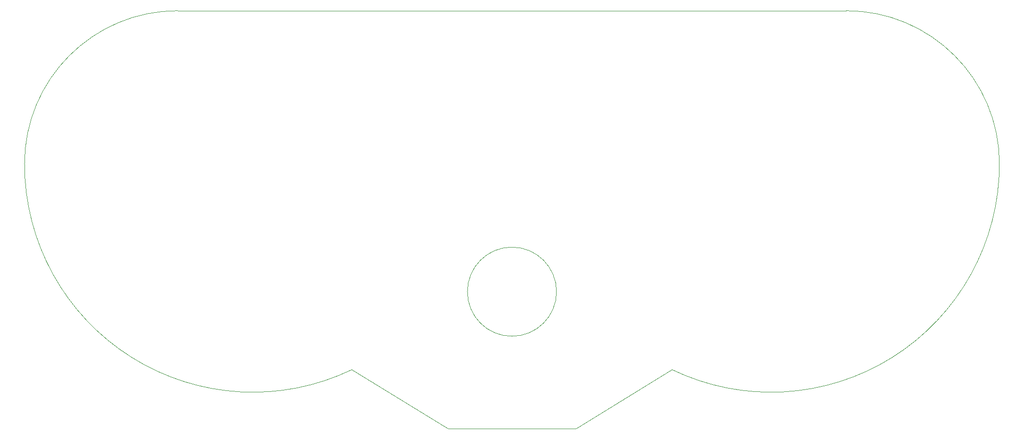
<source format=gbr>
%TF.GenerationSoftware,KiCad,Pcbnew,9.0.1*%
%TF.CreationDate,2025-05-06T09:33:07+02:00*%
%TF.ProjectId,hoofd nieuw V2,686f6f66-6420-46e6-9965-75772056322e,rev?*%
%TF.SameCoordinates,Original*%
%TF.FileFunction,Profile,NP*%
%FSLAX46Y46*%
G04 Gerber Fmt 4.6, Leading zero omitted, Abs format (unit mm)*
G04 Created by KiCad (PCBNEW 9.0.1) date 2025-05-06 09:33:07*
%MOMM*%
%LPD*%
G01*
G04 APERTURE LIST*
%TA.AperFunction,Profile*%
%ADD10C,0.050000*%
%TD*%
G04 APERTURE END LIST*
D10*
X219000000Y-47500000D02*
G75*
G02*
X160200003Y-84434538I-41000000J0D01*
G01*
X191500000Y-20000000D02*
G75*
G02*
X219000000Y-47500000I0J-27500000D01*
G01*
X120000000Y-20000000D02*
X191500000Y-20000000D01*
X120000000Y-20000000D02*
X71500000Y-20000000D01*
X120000000Y-95000000D02*
X143000000Y-95000000D01*
X44000000Y-47500000D02*
G75*
G02*
X71500000Y-20000000I27500000J0D01*
G01*
X139500000Y-70450000D02*
G75*
G02*
X123500000Y-70450000I-8000000J0D01*
G01*
X123500000Y-70450000D02*
G75*
G02*
X139500000Y-70450000I8000000J0D01*
G01*
X102799999Y-84434537D02*
G75*
G02*
X44000000Y-47500000I-17799999J36934537D01*
G01*
X143000000Y-95000000D02*
X160200002Y-84434534D01*
X120000000Y-95000000D02*
X102799997Y-84434537D01*
M02*

</source>
